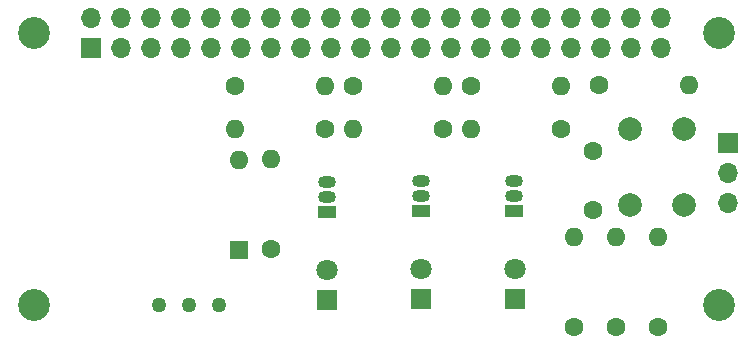
<source format=gbs>
G04 #@! TF.GenerationSoftware,KiCad,Pcbnew,8.0.8*
G04 #@! TF.CreationDate,2025-02-26T07:42:39+09:00*
G04 #@! TF.ProjectId,1bit-cpu_HAT,31626974-2d63-4707-955f-4841542e6b69,rev?*
G04 #@! TF.SameCoordinates,Original*
G04 #@! TF.FileFunction,Soldermask,Bot*
G04 #@! TF.FilePolarity,Negative*
%FSLAX46Y46*%
G04 Gerber Fmt 4.6, Leading zero omitted, Abs format (unit mm)*
G04 Created by KiCad (PCBNEW 8.0.8) date 2025-02-26 07:42:39*
%MOMM*%
%LPD*%
G01*
G04 APERTURE LIST*
%ADD10R,1.600000X1.600000*%
%ADD11O,1.600000X1.600000*%
%ADD12R,1.800000X1.800000*%
%ADD13C,1.800000*%
%ADD14R,1.500000X1.050000*%
%ADD15O,1.500000X1.050000*%
%ADD16C,1.600000*%
%ADD17C,2.700000*%
%ADD18R,1.700000X1.700000*%
%ADD19O,1.700000X1.700000*%
%ADD20C,1.269000*%
%ADD21C,2.000000*%
G04 APERTURE END LIST*
D10*
G04 #@! TO.C,D1*
X143750000Y-111560000D03*
D11*
X143750000Y-103940000D03*
G04 #@! TD*
D12*
G04 #@! TO.C,LED3*
X167100000Y-115700000D03*
D13*
X167100000Y-113160000D03*
G04 #@! TD*
D14*
G04 #@! TO.C,Q3*
X167035000Y-108250000D03*
D15*
X167035000Y-106980000D03*
X167035000Y-105710000D03*
G04 #@! TD*
D16*
G04 #@! TO.C,R15*
X163385000Y-97690000D03*
D11*
X171005000Y-97690000D03*
G04 #@! TD*
D14*
G04 #@! TO.C,Q1*
X151235000Y-108340000D03*
D15*
X151235000Y-107070000D03*
X151235000Y-105800000D03*
G04 #@! TD*
D12*
G04 #@! TO.C,LED1*
X151250000Y-115785000D03*
D13*
X151250000Y-113245000D03*
G04 #@! TD*
D17*
G04 #@! TO.C,H3*
X126400000Y-93200000D03*
G04 #@! TD*
D16*
G04 #@! TO.C,R8*
X179245000Y-118125000D03*
D11*
X179245000Y-110505000D03*
G04 #@! TD*
D17*
G04 #@! TO.C,H4*
X126400000Y-116200000D03*
G04 #@! TD*
D18*
G04 #@! TO.C,J2*
X185200000Y-102560000D03*
D19*
X185200000Y-105100000D03*
X185200000Y-107640000D03*
G04 #@! TD*
D16*
G04 #@! TO.C,R1*
X174240000Y-97650000D03*
D11*
X181860000Y-97650000D03*
G04 #@! TD*
D12*
G04 #@! TO.C,LED2*
X159190000Y-115710000D03*
D13*
X159190000Y-113170000D03*
G04 #@! TD*
D17*
G04 #@! TO.C,H2*
X184400000Y-116200000D03*
G04 #@! TD*
D20*
G04 #@! TO.C,VR1*
X142100000Y-116250000D03*
X139560000Y-116250000D03*
X137020000Y-116250000D03*
G04 #@! TD*
D16*
G04 #@! TO.C,R7*
X175700000Y-118110000D03*
D11*
X175700000Y-110490000D03*
G04 #@! TD*
D21*
G04 #@! TO.C,SW3*
X181400000Y-101300000D03*
X181400000Y-107800000D03*
X176900000Y-101300000D03*
X176900000Y-107800000D03*
G04 #@! TD*
D14*
G04 #@! TO.C,Q2*
X159200000Y-108260000D03*
D15*
X159200000Y-106990000D03*
X159200000Y-105720000D03*
G04 #@! TD*
D16*
G04 #@! TO.C,R16*
X171005000Y-101340000D03*
D11*
X163385000Y-101340000D03*
G04 #@! TD*
D16*
G04 #@! TO.C,R12*
X151000000Y-101300000D03*
D11*
X143380000Y-101300000D03*
G04 #@! TD*
D16*
G04 #@! TO.C,R14*
X161000000Y-101300000D03*
D11*
X153380000Y-101300000D03*
G04 #@! TD*
D16*
G04 #@! TO.C,C1*
X173700000Y-103200000D03*
X173700000Y-108200000D03*
G04 #@! TD*
G04 #@! TO.C,R2*
X146500000Y-111510000D03*
D11*
X146500000Y-103890000D03*
G04 #@! TD*
D16*
G04 #@! TO.C,R11*
X143380000Y-97700000D03*
D11*
X151000000Y-97700000D03*
G04 #@! TD*
D16*
G04 #@! TO.C,R6*
X172100000Y-118110000D03*
D11*
X172100000Y-110490000D03*
G04 #@! TD*
D17*
G04 #@! TO.C,H1*
X184400000Y-93200000D03*
G04 #@! TD*
D16*
G04 #@! TO.C,R13*
X153380000Y-97700000D03*
D11*
X161000000Y-97700000D03*
G04 #@! TD*
D18*
G04 #@! TO.C,J1*
X131270000Y-94470000D03*
D19*
X131270000Y-91930000D03*
X133810000Y-94470000D03*
X133810000Y-91930000D03*
X136350000Y-94470000D03*
X136350000Y-91930000D03*
X138890000Y-94470000D03*
X138890000Y-91930000D03*
X141430000Y-94470000D03*
X141430000Y-91930000D03*
X143970000Y-94470000D03*
X143970000Y-91930000D03*
X146510000Y-94470000D03*
X146510000Y-91930000D03*
X149050000Y-94470000D03*
X149050000Y-91930000D03*
X151590000Y-94470000D03*
X151590000Y-91930000D03*
X154130000Y-94470000D03*
X154130000Y-91930000D03*
X156670000Y-94470000D03*
X156670000Y-91930000D03*
X159210000Y-94470000D03*
X159210000Y-91930000D03*
X161750000Y-94470000D03*
X161750000Y-91930000D03*
X164290000Y-94470000D03*
X164290000Y-91930000D03*
X166830000Y-94470000D03*
X166830000Y-91930000D03*
X169370000Y-94470000D03*
X169370000Y-91930000D03*
X171910000Y-94470000D03*
X171910000Y-91930000D03*
X174450000Y-94470000D03*
X174450000Y-91930000D03*
X176990000Y-94470000D03*
X176990000Y-91930000D03*
X179530000Y-94470000D03*
X179530000Y-91930000D03*
G04 #@! TD*
M02*

</source>
